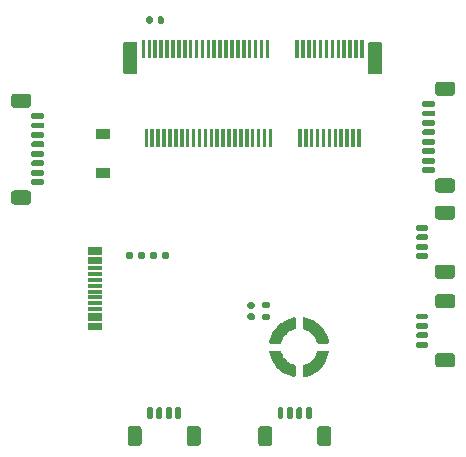
<source format=gbr>
%TF.GenerationSoftware,KiCad,Pcbnew,(5.1.10)-1*%
%TF.CreationDate,2021-11-18T11:26:52-05:00*%
%TF.ProjectId,MicroMod_Extension,4d696372-6f4d-46f6-945f-457874656e73,rev?*%
%TF.SameCoordinates,Original*%
%TF.FileFunction,Paste,Bot*%
%TF.FilePolarity,Positive*%
%FSLAX46Y46*%
G04 Gerber Fmt 4.6, Leading zero omitted, Abs format (unit mm)*
G04 Created by KiCad (PCBNEW (5.1.10)-1) date 2021-11-18 11:26:52*
%MOMM*%
%LPD*%
G01*
G04 APERTURE LIST*
%ADD10C,0.100000*%
%ADD11R,1.200000X0.900000*%
%ADD12R,1.150000X0.300000*%
G04 APERTURE END LIST*
%TO.C,J1*%
G36*
G01*
X137331000Y-48036000D02*
X137331000Y-49574000D01*
G75*
G02*
X137325000Y-49580000I-6000J0D01*
G01*
X137037000Y-49580000D01*
G75*
G02*
X137031000Y-49574000I0J6000D01*
G01*
X137031000Y-48036000D01*
G75*
G02*
X137037000Y-48030000I6000J0D01*
G01*
X137325000Y-48030000D01*
G75*
G02*
X137331000Y-48036000I0J-6000D01*
G01*
G37*
G36*
G01*
X137581000Y-55586000D02*
X137581000Y-57124000D01*
G75*
G02*
X137575000Y-57130000I-6000J0D01*
G01*
X137287000Y-57130000D01*
G75*
G02*
X137281000Y-57124000I0J6000D01*
G01*
X137281000Y-55586000D01*
G75*
G02*
X137287000Y-55580000I6000J0D01*
G01*
X137575000Y-55580000D01*
G75*
G02*
X137581000Y-55586000I0J-6000D01*
G01*
G37*
G36*
G01*
X137831000Y-48036000D02*
X137831000Y-49574000D01*
G75*
G02*
X137825000Y-49580000I-6000J0D01*
G01*
X137537000Y-49580000D01*
G75*
G02*
X137531000Y-49574000I0J6000D01*
G01*
X137531000Y-48036000D01*
G75*
G02*
X137537000Y-48030000I6000J0D01*
G01*
X137825000Y-48030000D01*
G75*
G02*
X137831000Y-48036000I0J-6000D01*
G01*
G37*
G36*
G01*
X138081000Y-55586000D02*
X138081000Y-57124000D01*
G75*
G02*
X138075000Y-57130000I-6000J0D01*
G01*
X137787000Y-57130000D01*
G75*
G02*
X137781000Y-57124000I0J6000D01*
G01*
X137781000Y-55586000D01*
G75*
G02*
X137787000Y-55580000I6000J0D01*
G01*
X138075000Y-55580000D01*
G75*
G02*
X138081000Y-55586000I0J-6000D01*
G01*
G37*
G36*
G01*
X138331000Y-48036000D02*
X138331000Y-49574000D01*
G75*
G02*
X138325000Y-49580000I-6000J0D01*
G01*
X138037000Y-49580000D01*
G75*
G02*
X138031000Y-49574000I0J6000D01*
G01*
X138031000Y-48036000D01*
G75*
G02*
X138037000Y-48030000I6000J0D01*
G01*
X138325000Y-48030000D01*
G75*
G02*
X138331000Y-48036000I0J-6000D01*
G01*
G37*
G36*
G01*
X138581000Y-55586000D02*
X138581000Y-57124000D01*
G75*
G02*
X138575000Y-57130000I-6000J0D01*
G01*
X138287000Y-57130000D01*
G75*
G02*
X138281000Y-57124000I0J6000D01*
G01*
X138281000Y-55586000D01*
G75*
G02*
X138287000Y-55580000I6000J0D01*
G01*
X138575000Y-55580000D01*
G75*
G02*
X138581000Y-55586000I0J-6000D01*
G01*
G37*
G36*
G01*
X138831000Y-48036000D02*
X138831000Y-49574000D01*
G75*
G02*
X138825000Y-49580000I-6000J0D01*
G01*
X138537000Y-49580000D01*
G75*
G02*
X138531000Y-49574000I0J6000D01*
G01*
X138531000Y-48036000D01*
G75*
G02*
X138537000Y-48030000I6000J0D01*
G01*
X138825000Y-48030000D01*
G75*
G02*
X138831000Y-48036000I0J-6000D01*
G01*
G37*
G36*
G01*
X139081000Y-55586000D02*
X139081000Y-57124000D01*
G75*
G02*
X139075000Y-57130000I-6000J0D01*
G01*
X138787000Y-57130000D01*
G75*
G02*
X138781000Y-57124000I0J6000D01*
G01*
X138781000Y-55586000D01*
G75*
G02*
X138787000Y-55580000I6000J0D01*
G01*
X139075000Y-55580000D01*
G75*
G02*
X139081000Y-55586000I0J-6000D01*
G01*
G37*
G36*
G01*
X139331000Y-48036000D02*
X139331000Y-49574000D01*
G75*
G02*
X139325000Y-49580000I-6000J0D01*
G01*
X139037000Y-49580000D01*
G75*
G02*
X139031000Y-49574000I0J6000D01*
G01*
X139031000Y-48036000D01*
G75*
G02*
X139037000Y-48030000I6000J0D01*
G01*
X139325000Y-48030000D01*
G75*
G02*
X139331000Y-48036000I0J-6000D01*
G01*
G37*
G36*
G01*
X139581000Y-55586000D02*
X139581000Y-57124000D01*
G75*
G02*
X139575000Y-57130000I-6000J0D01*
G01*
X139287000Y-57130000D01*
G75*
G02*
X139281000Y-57124000I0J6000D01*
G01*
X139281000Y-55586000D01*
G75*
G02*
X139287000Y-55580000I6000J0D01*
G01*
X139575000Y-55580000D01*
G75*
G02*
X139581000Y-55586000I0J-6000D01*
G01*
G37*
G36*
G01*
X139831000Y-48036000D02*
X139831000Y-49574000D01*
G75*
G02*
X139825000Y-49580000I-6000J0D01*
G01*
X139537000Y-49580000D01*
G75*
G02*
X139531000Y-49574000I0J6000D01*
G01*
X139531000Y-48036000D01*
G75*
G02*
X139537000Y-48030000I6000J0D01*
G01*
X139825000Y-48030000D01*
G75*
G02*
X139831000Y-48036000I0J-6000D01*
G01*
G37*
G36*
G01*
X140081000Y-55586000D02*
X140081000Y-57124000D01*
G75*
G02*
X140075000Y-57130000I-6000J0D01*
G01*
X139787000Y-57130000D01*
G75*
G02*
X139781000Y-57124000I0J6000D01*
G01*
X139781000Y-55586000D01*
G75*
G02*
X139787000Y-55580000I6000J0D01*
G01*
X140075000Y-55580000D01*
G75*
G02*
X140081000Y-55586000I0J-6000D01*
G01*
G37*
G36*
G01*
X140331000Y-48036000D02*
X140331000Y-49574000D01*
G75*
G02*
X140325000Y-49580000I-6000J0D01*
G01*
X140037000Y-49580000D01*
G75*
G02*
X140031000Y-49574000I0J6000D01*
G01*
X140031000Y-48036000D01*
G75*
G02*
X140037000Y-48030000I6000J0D01*
G01*
X140325000Y-48030000D01*
G75*
G02*
X140331000Y-48036000I0J-6000D01*
G01*
G37*
G36*
G01*
X140581000Y-55586000D02*
X140581000Y-57124000D01*
G75*
G02*
X140575000Y-57130000I-6000J0D01*
G01*
X140287000Y-57130000D01*
G75*
G02*
X140281000Y-57124000I0J6000D01*
G01*
X140281000Y-55586000D01*
G75*
G02*
X140287000Y-55580000I6000J0D01*
G01*
X140575000Y-55580000D01*
G75*
G02*
X140581000Y-55586000I0J-6000D01*
G01*
G37*
G36*
G01*
X140831000Y-48036000D02*
X140831000Y-49574000D01*
G75*
G02*
X140825000Y-49580000I-6000J0D01*
G01*
X140537000Y-49580000D01*
G75*
G02*
X140531000Y-49574000I0J6000D01*
G01*
X140531000Y-48036000D01*
G75*
G02*
X140537000Y-48030000I6000J0D01*
G01*
X140825000Y-48030000D01*
G75*
G02*
X140831000Y-48036000I0J-6000D01*
G01*
G37*
G36*
G01*
X141081000Y-55586000D02*
X141081000Y-57124000D01*
G75*
G02*
X141075000Y-57130000I-6000J0D01*
G01*
X140787000Y-57130000D01*
G75*
G02*
X140781000Y-57124000I0J6000D01*
G01*
X140781000Y-55586000D01*
G75*
G02*
X140787000Y-55580000I6000J0D01*
G01*
X141075000Y-55580000D01*
G75*
G02*
X141081000Y-55586000I0J-6000D01*
G01*
G37*
G36*
G01*
X141331000Y-48036000D02*
X141331000Y-49574000D01*
G75*
G02*
X141325000Y-49580000I-6000J0D01*
G01*
X141037000Y-49580000D01*
G75*
G02*
X141031000Y-49574000I0J6000D01*
G01*
X141031000Y-48036000D01*
G75*
G02*
X141037000Y-48030000I6000J0D01*
G01*
X141325000Y-48030000D01*
G75*
G02*
X141331000Y-48036000I0J-6000D01*
G01*
G37*
G36*
G01*
X141581000Y-55586000D02*
X141581000Y-57124000D01*
G75*
G02*
X141575000Y-57130000I-6000J0D01*
G01*
X141287000Y-57130000D01*
G75*
G02*
X141281000Y-57124000I0J6000D01*
G01*
X141281000Y-55586000D01*
G75*
G02*
X141287000Y-55580000I6000J0D01*
G01*
X141575000Y-55580000D01*
G75*
G02*
X141581000Y-55586000I0J-6000D01*
G01*
G37*
G36*
G01*
X141831000Y-48036000D02*
X141831000Y-49574000D01*
G75*
G02*
X141825000Y-49580000I-6000J0D01*
G01*
X141537000Y-49580000D01*
G75*
G02*
X141531000Y-49574000I0J6000D01*
G01*
X141531000Y-48036000D01*
G75*
G02*
X141537000Y-48030000I6000J0D01*
G01*
X141825000Y-48030000D01*
G75*
G02*
X141831000Y-48036000I0J-6000D01*
G01*
G37*
G36*
G01*
X142081000Y-55586000D02*
X142081000Y-57124000D01*
G75*
G02*
X142075000Y-57130000I-6000J0D01*
G01*
X141787000Y-57130000D01*
G75*
G02*
X141781000Y-57124000I0J6000D01*
G01*
X141781000Y-55586000D01*
G75*
G02*
X141787000Y-55580000I6000J0D01*
G01*
X142075000Y-55580000D01*
G75*
G02*
X142081000Y-55586000I0J-6000D01*
G01*
G37*
G36*
G01*
X142331000Y-48036000D02*
X142331000Y-49574000D01*
G75*
G02*
X142325000Y-49580000I-6000J0D01*
G01*
X142037000Y-49580000D01*
G75*
G02*
X142031000Y-49574000I0J6000D01*
G01*
X142031000Y-48036000D01*
G75*
G02*
X142037000Y-48030000I6000J0D01*
G01*
X142325000Y-48030000D01*
G75*
G02*
X142331000Y-48036000I0J-6000D01*
G01*
G37*
G36*
G01*
X142581000Y-55586000D02*
X142581000Y-57124000D01*
G75*
G02*
X142575000Y-57130000I-6000J0D01*
G01*
X142287000Y-57130000D01*
G75*
G02*
X142281000Y-57124000I0J6000D01*
G01*
X142281000Y-55586000D01*
G75*
G02*
X142287000Y-55580000I6000J0D01*
G01*
X142575000Y-55580000D01*
G75*
G02*
X142581000Y-55586000I0J-6000D01*
G01*
G37*
G36*
G01*
X142831000Y-48036000D02*
X142831000Y-49574000D01*
G75*
G02*
X142825000Y-49580000I-6000J0D01*
G01*
X142537000Y-49580000D01*
G75*
G02*
X142531000Y-49574000I0J6000D01*
G01*
X142531000Y-48036000D01*
G75*
G02*
X142537000Y-48030000I6000J0D01*
G01*
X142825000Y-48030000D01*
G75*
G02*
X142831000Y-48036000I0J-6000D01*
G01*
G37*
G36*
G01*
X143081000Y-55586000D02*
X143081000Y-57124000D01*
G75*
G02*
X143075000Y-57130000I-6000J0D01*
G01*
X142787000Y-57130000D01*
G75*
G02*
X142781000Y-57124000I0J6000D01*
G01*
X142781000Y-55586000D01*
G75*
G02*
X142787000Y-55580000I6000J0D01*
G01*
X143075000Y-55580000D01*
G75*
G02*
X143081000Y-55586000I0J-6000D01*
G01*
G37*
G36*
G01*
X143331000Y-48036000D02*
X143331000Y-49574000D01*
G75*
G02*
X143325000Y-49580000I-6000J0D01*
G01*
X143037000Y-49580000D01*
G75*
G02*
X143031000Y-49574000I0J6000D01*
G01*
X143031000Y-48036000D01*
G75*
G02*
X143037000Y-48030000I6000J0D01*
G01*
X143325000Y-48030000D01*
G75*
G02*
X143331000Y-48036000I0J-6000D01*
G01*
G37*
G36*
G01*
X143581000Y-55586000D02*
X143581000Y-57124000D01*
G75*
G02*
X143575000Y-57130000I-6000J0D01*
G01*
X143287000Y-57130000D01*
G75*
G02*
X143281000Y-57124000I0J6000D01*
G01*
X143281000Y-55586000D01*
G75*
G02*
X143287000Y-55580000I6000J0D01*
G01*
X143575000Y-55580000D01*
G75*
G02*
X143581000Y-55586000I0J-6000D01*
G01*
G37*
G36*
G01*
X143831000Y-48036000D02*
X143831000Y-49574000D01*
G75*
G02*
X143825000Y-49580000I-6000J0D01*
G01*
X143537000Y-49580000D01*
G75*
G02*
X143531000Y-49574000I0J6000D01*
G01*
X143531000Y-48036000D01*
G75*
G02*
X143537000Y-48030000I6000J0D01*
G01*
X143825000Y-48030000D01*
G75*
G02*
X143831000Y-48036000I0J-6000D01*
G01*
G37*
G36*
G01*
X144081000Y-55586000D02*
X144081000Y-57124000D01*
G75*
G02*
X144075000Y-57130000I-6000J0D01*
G01*
X143787000Y-57130000D01*
G75*
G02*
X143781000Y-57124000I0J6000D01*
G01*
X143781000Y-55586000D01*
G75*
G02*
X143787000Y-55580000I6000J0D01*
G01*
X144075000Y-55580000D01*
G75*
G02*
X144081000Y-55586000I0J-6000D01*
G01*
G37*
G36*
G01*
X144331000Y-48036000D02*
X144331000Y-49574000D01*
G75*
G02*
X144325000Y-49580000I-6000J0D01*
G01*
X144037000Y-49580000D01*
G75*
G02*
X144031000Y-49574000I0J6000D01*
G01*
X144031000Y-48036000D01*
G75*
G02*
X144037000Y-48030000I6000J0D01*
G01*
X144325000Y-48030000D01*
G75*
G02*
X144331000Y-48036000I0J-6000D01*
G01*
G37*
G36*
G01*
X144581000Y-55586000D02*
X144581000Y-57124000D01*
G75*
G02*
X144575000Y-57130000I-6000J0D01*
G01*
X144287000Y-57130000D01*
G75*
G02*
X144281000Y-57124000I0J6000D01*
G01*
X144281000Y-55586000D01*
G75*
G02*
X144287000Y-55580000I6000J0D01*
G01*
X144575000Y-55580000D01*
G75*
G02*
X144581000Y-55586000I0J-6000D01*
G01*
G37*
G36*
G01*
X144831000Y-48036000D02*
X144831000Y-49574000D01*
G75*
G02*
X144825000Y-49580000I-6000J0D01*
G01*
X144537000Y-49580000D01*
G75*
G02*
X144531000Y-49574000I0J6000D01*
G01*
X144531000Y-48036000D01*
G75*
G02*
X144537000Y-48030000I6000J0D01*
G01*
X144825000Y-48030000D01*
G75*
G02*
X144831000Y-48036000I0J-6000D01*
G01*
G37*
G36*
G01*
X145081000Y-55586000D02*
X145081000Y-57124000D01*
G75*
G02*
X145075000Y-57130000I-6000J0D01*
G01*
X144787000Y-57130000D01*
G75*
G02*
X144781000Y-57124000I0J6000D01*
G01*
X144781000Y-55586000D01*
G75*
G02*
X144787000Y-55580000I6000J0D01*
G01*
X145075000Y-55580000D01*
G75*
G02*
X145081000Y-55586000I0J-6000D01*
G01*
G37*
G36*
G01*
X145331000Y-48036000D02*
X145331000Y-49574000D01*
G75*
G02*
X145325000Y-49580000I-6000J0D01*
G01*
X145037000Y-49580000D01*
G75*
G02*
X145031000Y-49574000I0J6000D01*
G01*
X145031000Y-48036000D01*
G75*
G02*
X145037000Y-48030000I6000J0D01*
G01*
X145325000Y-48030000D01*
G75*
G02*
X145331000Y-48036000I0J-6000D01*
G01*
G37*
G36*
G01*
X145581000Y-55586000D02*
X145581000Y-57124000D01*
G75*
G02*
X145575000Y-57130000I-6000J0D01*
G01*
X145287000Y-57130000D01*
G75*
G02*
X145281000Y-57124000I0J6000D01*
G01*
X145281000Y-55586000D01*
G75*
G02*
X145287000Y-55580000I6000J0D01*
G01*
X145575000Y-55580000D01*
G75*
G02*
X145581000Y-55586000I0J-6000D01*
G01*
G37*
G36*
G01*
X145831000Y-48036000D02*
X145831000Y-49574000D01*
G75*
G02*
X145825000Y-49580000I-6000J0D01*
G01*
X145537000Y-49580000D01*
G75*
G02*
X145531000Y-49574000I0J6000D01*
G01*
X145531000Y-48036000D01*
G75*
G02*
X145537000Y-48030000I6000J0D01*
G01*
X145825000Y-48030000D01*
G75*
G02*
X145831000Y-48036000I0J-6000D01*
G01*
G37*
G36*
G01*
X146081000Y-55586000D02*
X146081000Y-57124000D01*
G75*
G02*
X146075000Y-57130000I-6000J0D01*
G01*
X145787000Y-57130000D01*
G75*
G02*
X145781000Y-57124000I0J6000D01*
G01*
X145781000Y-55586000D01*
G75*
G02*
X145787000Y-55580000I6000J0D01*
G01*
X146075000Y-55580000D01*
G75*
G02*
X146081000Y-55586000I0J-6000D01*
G01*
G37*
G36*
G01*
X146331000Y-48036000D02*
X146331000Y-49574000D01*
G75*
G02*
X146325000Y-49580000I-6000J0D01*
G01*
X146037000Y-49580000D01*
G75*
G02*
X146031000Y-49574000I0J6000D01*
G01*
X146031000Y-48036000D01*
G75*
G02*
X146037000Y-48030000I6000J0D01*
G01*
X146325000Y-48030000D01*
G75*
G02*
X146331000Y-48036000I0J-6000D01*
G01*
G37*
G36*
G01*
X146581000Y-55586000D02*
X146581000Y-57124000D01*
G75*
G02*
X146575000Y-57130000I-6000J0D01*
G01*
X146287000Y-57130000D01*
G75*
G02*
X146281000Y-57124000I0J6000D01*
G01*
X146281000Y-55586000D01*
G75*
G02*
X146287000Y-55580000I6000J0D01*
G01*
X146575000Y-55580000D01*
G75*
G02*
X146581000Y-55586000I0J-6000D01*
G01*
G37*
G36*
G01*
X146831000Y-48036000D02*
X146831000Y-49574000D01*
G75*
G02*
X146825000Y-49580000I-6000J0D01*
G01*
X146537000Y-49580000D01*
G75*
G02*
X146531000Y-49574000I0J6000D01*
G01*
X146531000Y-48036000D01*
G75*
G02*
X146537000Y-48030000I6000J0D01*
G01*
X146825000Y-48030000D01*
G75*
G02*
X146831000Y-48036000I0J-6000D01*
G01*
G37*
G36*
G01*
X147081000Y-55586000D02*
X147081000Y-57124000D01*
G75*
G02*
X147075000Y-57130000I-6000J0D01*
G01*
X146787000Y-57130000D01*
G75*
G02*
X146781000Y-57124000I0J6000D01*
G01*
X146781000Y-55586000D01*
G75*
G02*
X146787000Y-55580000I6000J0D01*
G01*
X147075000Y-55580000D01*
G75*
G02*
X147081000Y-55586000I0J-6000D01*
G01*
G37*
G36*
G01*
X147331000Y-48036000D02*
X147331000Y-49574000D01*
G75*
G02*
X147325000Y-49580000I-6000J0D01*
G01*
X147037000Y-49580000D01*
G75*
G02*
X147031000Y-49574000I0J6000D01*
G01*
X147031000Y-48036000D01*
G75*
G02*
X147037000Y-48030000I6000J0D01*
G01*
X147325000Y-48030000D01*
G75*
G02*
X147331000Y-48036000I0J-6000D01*
G01*
G37*
G36*
G01*
X147581000Y-55586000D02*
X147581000Y-57124000D01*
G75*
G02*
X147575000Y-57130000I-6000J0D01*
G01*
X147287000Y-57130000D01*
G75*
G02*
X147281000Y-57124000I0J6000D01*
G01*
X147281000Y-55586000D01*
G75*
G02*
X147287000Y-55580000I6000J0D01*
G01*
X147575000Y-55580000D01*
G75*
G02*
X147581000Y-55586000I0J-6000D01*
G01*
G37*
G36*
G01*
X147831000Y-48036000D02*
X147831000Y-49574000D01*
G75*
G02*
X147825000Y-49580000I-6000J0D01*
G01*
X147537000Y-49580000D01*
G75*
G02*
X147531000Y-49574000I0J6000D01*
G01*
X147531000Y-48036000D01*
G75*
G02*
X147537000Y-48030000I6000J0D01*
G01*
X147825000Y-48030000D01*
G75*
G02*
X147831000Y-48036000I0J-6000D01*
G01*
G37*
G36*
G01*
X148081000Y-55586000D02*
X148081000Y-57124000D01*
G75*
G02*
X148075000Y-57130000I-6000J0D01*
G01*
X147787000Y-57130000D01*
G75*
G02*
X147781000Y-57124000I0J6000D01*
G01*
X147781000Y-55586000D01*
G75*
G02*
X147787000Y-55580000I6000J0D01*
G01*
X148075000Y-55580000D01*
G75*
G02*
X148081000Y-55586000I0J-6000D01*
G01*
G37*
G36*
G01*
X150331000Y-48036000D02*
X150331000Y-49574000D01*
G75*
G02*
X150325000Y-49580000I-6000J0D01*
G01*
X150037000Y-49580000D01*
G75*
G02*
X150031000Y-49574000I0J6000D01*
G01*
X150031000Y-48036000D01*
G75*
G02*
X150037000Y-48030000I6000J0D01*
G01*
X150325000Y-48030000D01*
G75*
G02*
X150331000Y-48036000I0J-6000D01*
G01*
G37*
G36*
G01*
X150581000Y-55586000D02*
X150581000Y-57124000D01*
G75*
G02*
X150575000Y-57130000I-6000J0D01*
G01*
X150287000Y-57130000D01*
G75*
G02*
X150281000Y-57124000I0J6000D01*
G01*
X150281000Y-55586000D01*
G75*
G02*
X150287000Y-55580000I6000J0D01*
G01*
X150575000Y-55580000D01*
G75*
G02*
X150581000Y-55586000I0J-6000D01*
G01*
G37*
G36*
G01*
X150831000Y-48036000D02*
X150831000Y-49574000D01*
G75*
G02*
X150825000Y-49580000I-6000J0D01*
G01*
X150537000Y-49580000D01*
G75*
G02*
X150531000Y-49574000I0J6000D01*
G01*
X150531000Y-48036000D01*
G75*
G02*
X150537000Y-48030000I6000J0D01*
G01*
X150825000Y-48030000D01*
G75*
G02*
X150831000Y-48036000I0J-6000D01*
G01*
G37*
G36*
G01*
X151081000Y-55586000D02*
X151081000Y-57124000D01*
G75*
G02*
X151075000Y-57130000I-6000J0D01*
G01*
X150787000Y-57130000D01*
G75*
G02*
X150781000Y-57124000I0J6000D01*
G01*
X150781000Y-55586000D01*
G75*
G02*
X150787000Y-55580000I6000J0D01*
G01*
X151075000Y-55580000D01*
G75*
G02*
X151081000Y-55586000I0J-6000D01*
G01*
G37*
G36*
G01*
X151331000Y-48036000D02*
X151331000Y-49574000D01*
G75*
G02*
X151325000Y-49580000I-6000J0D01*
G01*
X151037000Y-49580000D01*
G75*
G02*
X151031000Y-49574000I0J6000D01*
G01*
X151031000Y-48036000D01*
G75*
G02*
X151037000Y-48030000I6000J0D01*
G01*
X151325000Y-48030000D01*
G75*
G02*
X151331000Y-48036000I0J-6000D01*
G01*
G37*
G36*
G01*
X151581000Y-55586000D02*
X151581000Y-57124000D01*
G75*
G02*
X151575000Y-57130000I-6000J0D01*
G01*
X151287000Y-57130000D01*
G75*
G02*
X151281000Y-57124000I0J6000D01*
G01*
X151281000Y-55586000D01*
G75*
G02*
X151287000Y-55580000I6000J0D01*
G01*
X151575000Y-55580000D01*
G75*
G02*
X151581000Y-55586000I0J-6000D01*
G01*
G37*
G36*
G01*
X151831000Y-48036000D02*
X151831000Y-49574000D01*
G75*
G02*
X151825000Y-49580000I-6000J0D01*
G01*
X151537000Y-49580000D01*
G75*
G02*
X151531000Y-49574000I0J6000D01*
G01*
X151531000Y-48036000D01*
G75*
G02*
X151537000Y-48030000I6000J0D01*
G01*
X151825000Y-48030000D01*
G75*
G02*
X151831000Y-48036000I0J-6000D01*
G01*
G37*
G36*
G01*
X152081000Y-55586000D02*
X152081000Y-57124000D01*
G75*
G02*
X152075000Y-57130000I-6000J0D01*
G01*
X151787000Y-57130000D01*
G75*
G02*
X151781000Y-57124000I0J6000D01*
G01*
X151781000Y-55586000D01*
G75*
G02*
X151787000Y-55580000I6000J0D01*
G01*
X152075000Y-55580000D01*
G75*
G02*
X152081000Y-55586000I0J-6000D01*
G01*
G37*
G36*
G01*
X152331000Y-48036000D02*
X152331000Y-49574000D01*
G75*
G02*
X152325000Y-49580000I-6000J0D01*
G01*
X152037000Y-49580000D01*
G75*
G02*
X152031000Y-49574000I0J6000D01*
G01*
X152031000Y-48036000D01*
G75*
G02*
X152037000Y-48030000I6000J0D01*
G01*
X152325000Y-48030000D01*
G75*
G02*
X152331000Y-48036000I0J-6000D01*
G01*
G37*
G36*
G01*
X152581000Y-55586000D02*
X152581000Y-57124000D01*
G75*
G02*
X152575000Y-57130000I-6000J0D01*
G01*
X152287000Y-57130000D01*
G75*
G02*
X152281000Y-57124000I0J6000D01*
G01*
X152281000Y-55586000D01*
G75*
G02*
X152287000Y-55580000I6000J0D01*
G01*
X152575000Y-55580000D01*
G75*
G02*
X152581000Y-55586000I0J-6000D01*
G01*
G37*
G36*
G01*
X136681000Y-48313000D02*
X136681000Y-50847000D01*
G75*
G02*
X136573000Y-50955000I-108000J0D01*
G01*
X135589000Y-50955000D01*
G75*
G02*
X135481000Y-50847000I0J108000D01*
G01*
X135481000Y-48313000D01*
G75*
G02*
X135589000Y-48205000I108000J0D01*
G01*
X136573000Y-48205000D01*
G75*
G02*
X136681000Y-48313000I0J-108000D01*
G01*
G37*
G36*
G01*
X157381000Y-48313000D02*
X157381000Y-50847000D01*
G75*
G02*
X157273000Y-50955000I-108000J0D01*
G01*
X156289000Y-50955000D01*
G75*
G02*
X156181000Y-50847000I0J108000D01*
G01*
X156181000Y-48313000D01*
G75*
G02*
X156289000Y-48205000I108000J0D01*
G01*
X157273000Y-48205000D01*
G75*
G02*
X157381000Y-48313000I0J-108000D01*
G01*
G37*
G36*
G01*
X152831000Y-48036000D02*
X152831000Y-49574000D01*
G75*
G02*
X152825000Y-49580000I-6000J0D01*
G01*
X152537000Y-49580000D01*
G75*
G02*
X152531000Y-49574000I0J6000D01*
G01*
X152531000Y-48036000D01*
G75*
G02*
X152537000Y-48030000I6000J0D01*
G01*
X152825000Y-48030000D01*
G75*
G02*
X152831000Y-48036000I0J-6000D01*
G01*
G37*
G36*
G01*
X153331000Y-48036000D02*
X153331000Y-49574000D01*
G75*
G02*
X153325000Y-49580000I-6000J0D01*
G01*
X153037000Y-49580000D01*
G75*
G02*
X153031000Y-49574000I0J6000D01*
G01*
X153031000Y-48036000D01*
G75*
G02*
X153037000Y-48030000I6000J0D01*
G01*
X153325000Y-48030000D01*
G75*
G02*
X153331000Y-48036000I0J-6000D01*
G01*
G37*
G36*
G01*
X153831000Y-48036000D02*
X153831000Y-49574000D01*
G75*
G02*
X153825000Y-49580000I-6000J0D01*
G01*
X153537000Y-49580000D01*
G75*
G02*
X153531000Y-49574000I0J6000D01*
G01*
X153531000Y-48036000D01*
G75*
G02*
X153537000Y-48030000I6000J0D01*
G01*
X153825000Y-48030000D01*
G75*
G02*
X153831000Y-48036000I0J-6000D01*
G01*
G37*
G36*
G01*
X154331000Y-48036000D02*
X154331000Y-49574000D01*
G75*
G02*
X154325000Y-49580000I-6000J0D01*
G01*
X154037000Y-49580000D01*
G75*
G02*
X154031000Y-49574000I0J6000D01*
G01*
X154031000Y-48036000D01*
G75*
G02*
X154037000Y-48030000I6000J0D01*
G01*
X154325000Y-48030000D01*
G75*
G02*
X154331000Y-48036000I0J-6000D01*
G01*
G37*
G36*
G01*
X154831000Y-48036000D02*
X154831000Y-49574000D01*
G75*
G02*
X154825000Y-49580000I-6000J0D01*
G01*
X154537000Y-49580000D01*
G75*
G02*
X154531000Y-49574000I0J6000D01*
G01*
X154531000Y-48036000D01*
G75*
G02*
X154537000Y-48030000I6000J0D01*
G01*
X154825000Y-48030000D01*
G75*
G02*
X154831000Y-48036000I0J-6000D01*
G01*
G37*
G36*
G01*
X155331000Y-48036000D02*
X155331000Y-49574000D01*
G75*
G02*
X155325000Y-49580000I-6000J0D01*
G01*
X155037000Y-49580000D01*
G75*
G02*
X155031000Y-49574000I0J6000D01*
G01*
X155031000Y-48036000D01*
G75*
G02*
X155037000Y-48030000I6000J0D01*
G01*
X155325000Y-48030000D01*
G75*
G02*
X155331000Y-48036000I0J-6000D01*
G01*
G37*
G36*
G01*
X155831000Y-48036000D02*
X155831000Y-49574000D01*
G75*
G02*
X155825000Y-49580000I-6000J0D01*
G01*
X155537000Y-49580000D01*
G75*
G02*
X155531000Y-49574000I0J6000D01*
G01*
X155531000Y-48036000D01*
G75*
G02*
X155537000Y-48030000I6000J0D01*
G01*
X155825000Y-48030000D01*
G75*
G02*
X155831000Y-48036000I0J-6000D01*
G01*
G37*
G36*
G01*
X155581000Y-55586000D02*
X155581000Y-57124000D01*
G75*
G02*
X155575000Y-57130000I-6000J0D01*
G01*
X155287000Y-57130000D01*
G75*
G02*
X155281000Y-57124000I0J6000D01*
G01*
X155281000Y-55586000D01*
G75*
G02*
X155287000Y-55580000I6000J0D01*
G01*
X155575000Y-55580000D01*
G75*
G02*
X155581000Y-55586000I0J-6000D01*
G01*
G37*
G36*
G01*
X155081000Y-55586000D02*
X155081000Y-57124000D01*
G75*
G02*
X155075000Y-57130000I-6000J0D01*
G01*
X154787000Y-57130000D01*
G75*
G02*
X154781000Y-57124000I0J6000D01*
G01*
X154781000Y-55586000D01*
G75*
G02*
X154787000Y-55580000I6000J0D01*
G01*
X155075000Y-55580000D01*
G75*
G02*
X155081000Y-55586000I0J-6000D01*
G01*
G37*
G36*
G01*
X154581000Y-55586000D02*
X154581000Y-57124000D01*
G75*
G02*
X154575000Y-57130000I-6000J0D01*
G01*
X154287000Y-57130000D01*
G75*
G02*
X154281000Y-57124000I0J6000D01*
G01*
X154281000Y-55586000D01*
G75*
G02*
X154287000Y-55580000I6000J0D01*
G01*
X154575000Y-55580000D01*
G75*
G02*
X154581000Y-55586000I0J-6000D01*
G01*
G37*
G36*
G01*
X154081000Y-55586000D02*
X154081000Y-57124000D01*
G75*
G02*
X154075000Y-57130000I-6000J0D01*
G01*
X153787000Y-57130000D01*
G75*
G02*
X153781000Y-57124000I0J6000D01*
G01*
X153781000Y-55586000D01*
G75*
G02*
X153787000Y-55580000I6000J0D01*
G01*
X154075000Y-55580000D01*
G75*
G02*
X154081000Y-55586000I0J-6000D01*
G01*
G37*
G36*
G01*
X153581000Y-55586000D02*
X153581000Y-57124000D01*
G75*
G02*
X153575000Y-57130000I-6000J0D01*
G01*
X153287000Y-57130000D01*
G75*
G02*
X153281000Y-57124000I0J6000D01*
G01*
X153281000Y-55586000D01*
G75*
G02*
X153287000Y-55580000I6000J0D01*
G01*
X153575000Y-55580000D01*
G75*
G02*
X153581000Y-55586000I0J-6000D01*
G01*
G37*
G36*
G01*
X153081000Y-55586000D02*
X153081000Y-57124000D01*
G75*
G02*
X153075000Y-57130000I-6000J0D01*
G01*
X152787000Y-57130000D01*
G75*
G02*
X152781000Y-57124000I0J6000D01*
G01*
X152781000Y-55586000D01*
G75*
G02*
X152787000Y-55580000I6000J0D01*
G01*
X153075000Y-55580000D01*
G75*
G02*
X153081000Y-55586000I0J-6000D01*
G01*
G37*
%TD*%
%TO.C,J7*%
G36*
G01*
X137038000Y-80971999D02*
X137038000Y-82172001D01*
G75*
G02*
X136788001Y-82422000I-249999J0D01*
G01*
X136087999Y-82422000D01*
G75*
G02*
X135838000Y-82172001I0J249999D01*
G01*
X135838000Y-80971999D01*
G75*
G02*
X136087999Y-80722000I249999J0D01*
G01*
X136788001Y-80722000D01*
G75*
G02*
X137038000Y-80971999I0J-249999D01*
G01*
G37*
G36*
G01*
X142038000Y-80971999D02*
X142038000Y-82172001D01*
G75*
G02*
X141788001Y-82422000I-249999J0D01*
G01*
X141087999Y-82422000D01*
G75*
G02*
X140838000Y-82172001I0J249999D01*
G01*
X140838000Y-80971999D01*
G75*
G02*
X141087999Y-80722000I249999J0D01*
G01*
X141788001Y-80722000D01*
G75*
G02*
X142038000Y-80971999I0J-249999D01*
G01*
G37*
G36*
G01*
X137988000Y-79247000D02*
X137988000Y-79997000D01*
G75*
G02*
X137863000Y-80122000I-125000J0D01*
G01*
X137613000Y-80122000D01*
G75*
G02*
X137488000Y-79997000I0J125000D01*
G01*
X137488000Y-79247000D01*
G75*
G02*
X137613000Y-79122000I125000J0D01*
G01*
X137863000Y-79122000D01*
G75*
G02*
X137988000Y-79247000I0J-125000D01*
G01*
G37*
G36*
G01*
X138788000Y-79247000D02*
X138788000Y-79997000D01*
G75*
G02*
X138663000Y-80122000I-125000J0D01*
G01*
X138413000Y-80122000D01*
G75*
G02*
X138288000Y-79997000I0J125000D01*
G01*
X138288000Y-79247000D01*
G75*
G02*
X138413000Y-79122000I125000J0D01*
G01*
X138663000Y-79122000D01*
G75*
G02*
X138788000Y-79247000I0J-125000D01*
G01*
G37*
G36*
G01*
X139588000Y-79247000D02*
X139588000Y-79997000D01*
G75*
G02*
X139463000Y-80122000I-125000J0D01*
G01*
X139213000Y-80122000D01*
G75*
G02*
X139088000Y-79997000I0J125000D01*
G01*
X139088000Y-79247000D01*
G75*
G02*
X139213000Y-79122000I125000J0D01*
G01*
X139463000Y-79122000D01*
G75*
G02*
X139588000Y-79247000I0J-125000D01*
G01*
G37*
G36*
G01*
X140388000Y-79247000D02*
X140388000Y-79997000D01*
G75*
G02*
X140263000Y-80122000I-125000J0D01*
G01*
X140013000Y-80122000D01*
G75*
G02*
X139888000Y-79997000I0J125000D01*
G01*
X139888000Y-79247000D01*
G75*
G02*
X140013000Y-79122000I125000J0D01*
G01*
X140263000Y-79122000D01*
G75*
G02*
X140388000Y-79247000I0J-125000D01*
G01*
G37*
%TD*%
%TO.C,J6*%
G36*
G01*
X163329001Y-52761000D02*
X162128999Y-52761000D01*
G75*
G02*
X161879000Y-52511001I0J249999D01*
G01*
X161879000Y-51810999D01*
G75*
G02*
X162128999Y-51561000I249999J0D01*
G01*
X163329001Y-51561000D01*
G75*
G02*
X163579000Y-51810999I0J-249999D01*
G01*
X163579000Y-52511001D01*
G75*
G02*
X163329001Y-52761000I-249999J0D01*
G01*
G37*
G36*
G01*
X163329001Y-60961000D02*
X162128999Y-60961000D01*
G75*
G02*
X161879000Y-60711001I0J249999D01*
G01*
X161879000Y-60010999D01*
G75*
G02*
X162128999Y-59761000I249999J0D01*
G01*
X163329001Y-59761000D01*
G75*
G02*
X163579000Y-60010999I0J-249999D01*
G01*
X163579000Y-60711001D01*
G75*
G02*
X163329001Y-60961000I-249999J0D01*
G01*
G37*
G36*
G01*
X161754000Y-53711000D02*
X160904000Y-53711000D01*
G75*
G02*
X160779000Y-53586000I0J125000D01*
G01*
X160779000Y-53336000D01*
G75*
G02*
X160904000Y-53211000I125000J0D01*
G01*
X161754000Y-53211000D01*
G75*
G02*
X161879000Y-53336000I0J-125000D01*
G01*
X161879000Y-53586000D01*
G75*
G02*
X161754000Y-53711000I-125000J0D01*
G01*
G37*
G36*
G01*
X161754000Y-54511000D02*
X160904000Y-54511000D01*
G75*
G02*
X160779000Y-54386000I0J125000D01*
G01*
X160779000Y-54136000D01*
G75*
G02*
X160904000Y-54011000I125000J0D01*
G01*
X161754000Y-54011000D01*
G75*
G02*
X161879000Y-54136000I0J-125000D01*
G01*
X161879000Y-54386000D01*
G75*
G02*
X161754000Y-54511000I-125000J0D01*
G01*
G37*
G36*
G01*
X161754000Y-55311000D02*
X160904000Y-55311000D01*
G75*
G02*
X160779000Y-55186000I0J125000D01*
G01*
X160779000Y-54936000D01*
G75*
G02*
X160904000Y-54811000I125000J0D01*
G01*
X161754000Y-54811000D01*
G75*
G02*
X161879000Y-54936000I0J-125000D01*
G01*
X161879000Y-55186000D01*
G75*
G02*
X161754000Y-55311000I-125000J0D01*
G01*
G37*
G36*
G01*
X161754000Y-56111000D02*
X160904000Y-56111000D01*
G75*
G02*
X160779000Y-55986000I0J125000D01*
G01*
X160779000Y-55736000D01*
G75*
G02*
X160904000Y-55611000I125000J0D01*
G01*
X161754000Y-55611000D01*
G75*
G02*
X161879000Y-55736000I0J-125000D01*
G01*
X161879000Y-55986000D01*
G75*
G02*
X161754000Y-56111000I-125000J0D01*
G01*
G37*
G36*
G01*
X161754000Y-56911000D02*
X160904000Y-56911000D01*
G75*
G02*
X160779000Y-56786000I0J125000D01*
G01*
X160779000Y-56536000D01*
G75*
G02*
X160904000Y-56411000I125000J0D01*
G01*
X161754000Y-56411000D01*
G75*
G02*
X161879000Y-56536000I0J-125000D01*
G01*
X161879000Y-56786000D01*
G75*
G02*
X161754000Y-56911000I-125000J0D01*
G01*
G37*
G36*
G01*
X161754000Y-57711000D02*
X160904000Y-57711000D01*
G75*
G02*
X160779000Y-57586000I0J125000D01*
G01*
X160779000Y-57336000D01*
G75*
G02*
X160904000Y-57211000I125000J0D01*
G01*
X161754000Y-57211000D01*
G75*
G02*
X161879000Y-57336000I0J-125000D01*
G01*
X161879000Y-57586000D01*
G75*
G02*
X161754000Y-57711000I-125000J0D01*
G01*
G37*
G36*
G01*
X161754000Y-58511000D02*
X160904000Y-58511000D01*
G75*
G02*
X160779000Y-58386000I0J125000D01*
G01*
X160779000Y-58136000D01*
G75*
G02*
X160904000Y-58011000I125000J0D01*
G01*
X161754000Y-58011000D01*
G75*
G02*
X161879000Y-58136000I0J-125000D01*
G01*
X161879000Y-58386000D01*
G75*
G02*
X161754000Y-58511000I-125000J0D01*
G01*
G37*
G36*
G01*
X161754000Y-59311000D02*
X160904000Y-59311000D01*
G75*
G02*
X160779000Y-59186000I0J125000D01*
G01*
X160779000Y-58936000D01*
G75*
G02*
X160904000Y-58811000I125000J0D01*
G01*
X161754000Y-58811000D01*
G75*
G02*
X161879000Y-58936000I0J-125000D01*
G01*
X161879000Y-59186000D01*
G75*
G02*
X161754000Y-59311000I-125000J0D01*
G01*
G37*
%TD*%
%TO.C,J5*%
G36*
G01*
X126230999Y-60777000D02*
X127431001Y-60777000D01*
G75*
G02*
X127681000Y-61026999I0J-249999D01*
G01*
X127681000Y-61727001D01*
G75*
G02*
X127431001Y-61977000I-249999J0D01*
G01*
X126230999Y-61977000D01*
G75*
G02*
X125981000Y-61727001I0J249999D01*
G01*
X125981000Y-61026999D01*
G75*
G02*
X126230999Y-60777000I249999J0D01*
G01*
G37*
G36*
G01*
X126230999Y-52577000D02*
X127431001Y-52577000D01*
G75*
G02*
X127681000Y-52826999I0J-249999D01*
G01*
X127681000Y-53527001D01*
G75*
G02*
X127431001Y-53777000I-249999J0D01*
G01*
X126230999Y-53777000D01*
G75*
G02*
X125981000Y-53527001I0J249999D01*
G01*
X125981000Y-52826999D01*
G75*
G02*
X126230999Y-52577000I249999J0D01*
G01*
G37*
G36*
G01*
X127806000Y-59827000D02*
X128656000Y-59827000D01*
G75*
G02*
X128781000Y-59952000I0J-125000D01*
G01*
X128781000Y-60202000D01*
G75*
G02*
X128656000Y-60327000I-125000J0D01*
G01*
X127806000Y-60327000D01*
G75*
G02*
X127681000Y-60202000I0J125000D01*
G01*
X127681000Y-59952000D01*
G75*
G02*
X127806000Y-59827000I125000J0D01*
G01*
G37*
G36*
G01*
X127806000Y-59027000D02*
X128656000Y-59027000D01*
G75*
G02*
X128781000Y-59152000I0J-125000D01*
G01*
X128781000Y-59402000D01*
G75*
G02*
X128656000Y-59527000I-125000J0D01*
G01*
X127806000Y-59527000D01*
G75*
G02*
X127681000Y-59402000I0J125000D01*
G01*
X127681000Y-59152000D01*
G75*
G02*
X127806000Y-59027000I125000J0D01*
G01*
G37*
G36*
G01*
X127806000Y-58227000D02*
X128656000Y-58227000D01*
G75*
G02*
X128781000Y-58352000I0J-125000D01*
G01*
X128781000Y-58602000D01*
G75*
G02*
X128656000Y-58727000I-125000J0D01*
G01*
X127806000Y-58727000D01*
G75*
G02*
X127681000Y-58602000I0J125000D01*
G01*
X127681000Y-58352000D01*
G75*
G02*
X127806000Y-58227000I125000J0D01*
G01*
G37*
G36*
G01*
X127806000Y-57427000D02*
X128656000Y-57427000D01*
G75*
G02*
X128781000Y-57552000I0J-125000D01*
G01*
X128781000Y-57802000D01*
G75*
G02*
X128656000Y-57927000I-125000J0D01*
G01*
X127806000Y-57927000D01*
G75*
G02*
X127681000Y-57802000I0J125000D01*
G01*
X127681000Y-57552000D01*
G75*
G02*
X127806000Y-57427000I125000J0D01*
G01*
G37*
G36*
G01*
X127806000Y-56627000D02*
X128656000Y-56627000D01*
G75*
G02*
X128781000Y-56752000I0J-125000D01*
G01*
X128781000Y-57002000D01*
G75*
G02*
X128656000Y-57127000I-125000J0D01*
G01*
X127806000Y-57127000D01*
G75*
G02*
X127681000Y-57002000I0J125000D01*
G01*
X127681000Y-56752000D01*
G75*
G02*
X127806000Y-56627000I125000J0D01*
G01*
G37*
G36*
G01*
X127806000Y-55827000D02*
X128656000Y-55827000D01*
G75*
G02*
X128781000Y-55952000I0J-125000D01*
G01*
X128781000Y-56202000D01*
G75*
G02*
X128656000Y-56327000I-125000J0D01*
G01*
X127806000Y-56327000D01*
G75*
G02*
X127681000Y-56202000I0J125000D01*
G01*
X127681000Y-55952000D01*
G75*
G02*
X127806000Y-55827000I125000J0D01*
G01*
G37*
G36*
G01*
X127806000Y-55027000D02*
X128656000Y-55027000D01*
G75*
G02*
X128781000Y-55152000I0J-125000D01*
G01*
X128781000Y-55402000D01*
G75*
G02*
X128656000Y-55527000I-125000J0D01*
G01*
X127806000Y-55527000D01*
G75*
G02*
X127681000Y-55402000I0J125000D01*
G01*
X127681000Y-55152000D01*
G75*
G02*
X127806000Y-55027000I125000J0D01*
G01*
G37*
G36*
G01*
X127806000Y-54227000D02*
X128656000Y-54227000D01*
G75*
G02*
X128781000Y-54352000I0J-125000D01*
G01*
X128781000Y-54602000D01*
G75*
G02*
X128656000Y-54727000I-125000J0D01*
G01*
X127806000Y-54727000D01*
G75*
G02*
X127681000Y-54602000I0J125000D01*
G01*
X127681000Y-54352000D01*
G75*
G02*
X127806000Y-54227000I125000J0D01*
G01*
G37*
%TD*%
%TO.C,J9*%
G36*
G01*
X162124999Y-74544000D02*
X163325001Y-74544000D01*
G75*
G02*
X163575000Y-74793999I0J-249999D01*
G01*
X163575000Y-75494001D01*
G75*
G02*
X163325001Y-75744000I-249999J0D01*
G01*
X162124999Y-75744000D01*
G75*
G02*
X161875000Y-75494001I0J249999D01*
G01*
X161875000Y-74793999D01*
G75*
G02*
X162124999Y-74544000I249999J0D01*
G01*
G37*
G36*
G01*
X162124999Y-69544000D02*
X163325001Y-69544000D01*
G75*
G02*
X163575000Y-69793999I0J-249999D01*
G01*
X163575000Y-70494001D01*
G75*
G02*
X163325001Y-70744000I-249999J0D01*
G01*
X162124999Y-70744000D01*
G75*
G02*
X161875000Y-70494001I0J249999D01*
G01*
X161875000Y-69793999D01*
G75*
G02*
X162124999Y-69544000I249999J0D01*
G01*
G37*
G36*
G01*
X160400000Y-73594000D02*
X161150000Y-73594000D01*
G75*
G02*
X161275000Y-73719000I0J-125000D01*
G01*
X161275000Y-73969000D01*
G75*
G02*
X161150000Y-74094000I-125000J0D01*
G01*
X160400000Y-74094000D01*
G75*
G02*
X160275000Y-73969000I0J125000D01*
G01*
X160275000Y-73719000D01*
G75*
G02*
X160400000Y-73594000I125000J0D01*
G01*
G37*
G36*
G01*
X160400000Y-72794000D02*
X161150000Y-72794000D01*
G75*
G02*
X161275000Y-72919000I0J-125000D01*
G01*
X161275000Y-73169000D01*
G75*
G02*
X161150000Y-73294000I-125000J0D01*
G01*
X160400000Y-73294000D01*
G75*
G02*
X160275000Y-73169000I0J125000D01*
G01*
X160275000Y-72919000D01*
G75*
G02*
X160400000Y-72794000I125000J0D01*
G01*
G37*
G36*
G01*
X160400000Y-71994000D02*
X161150000Y-71994000D01*
G75*
G02*
X161275000Y-72119000I0J-125000D01*
G01*
X161275000Y-72369000D01*
G75*
G02*
X161150000Y-72494000I-125000J0D01*
G01*
X160400000Y-72494000D01*
G75*
G02*
X160275000Y-72369000I0J125000D01*
G01*
X160275000Y-72119000D01*
G75*
G02*
X160400000Y-71994000I125000J0D01*
G01*
G37*
G36*
G01*
X160400000Y-71194000D02*
X161150000Y-71194000D01*
G75*
G02*
X161275000Y-71319000I0J-125000D01*
G01*
X161275000Y-71569000D01*
G75*
G02*
X161150000Y-71694000I-125000J0D01*
G01*
X160400000Y-71694000D01*
G75*
G02*
X160275000Y-71569000I0J125000D01*
G01*
X160275000Y-71319000D01*
G75*
G02*
X160400000Y-71194000I125000J0D01*
G01*
G37*
%TD*%
%TO.C,J8*%
G36*
G01*
X162124999Y-67051000D02*
X163325001Y-67051000D01*
G75*
G02*
X163575000Y-67300999I0J-249999D01*
G01*
X163575000Y-68001001D01*
G75*
G02*
X163325001Y-68251000I-249999J0D01*
G01*
X162124999Y-68251000D01*
G75*
G02*
X161875000Y-68001001I0J249999D01*
G01*
X161875000Y-67300999D01*
G75*
G02*
X162124999Y-67051000I249999J0D01*
G01*
G37*
G36*
G01*
X162124999Y-62051000D02*
X163325001Y-62051000D01*
G75*
G02*
X163575000Y-62300999I0J-249999D01*
G01*
X163575000Y-63001001D01*
G75*
G02*
X163325001Y-63251000I-249999J0D01*
G01*
X162124999Y-63251000D01*
G75*
G02*
X161875000Y-63001001I0J249999D01*
G01*
X161875000Y-62300999D01*
G75*
G02*
X162124999Y-62051000I249999J0D01*
G01*
G37*
G36*
G01*
X160400000Y-66101000D02*
X161150000Y-66101000D01*
G75*
G02*
X161275000Y-66226000I0J-125000D01*
G01*
X161275000Y-66476000D01*
G75*
G02*
X161150000Y-66601000I-125000J0D01*
G01*
X160400000Y-66601000D01*
G75*
G02*
X160275000Y-66476000I0J125000D01*
G01*
X160275000Y-66226000D01*
G75*
G02*
X160400000Y-66101000I125000J0D01*
G01*
G37*
G36*
G01*
X160400000Y-65301000D02*
X161150000Y-65301000D01*
G75*
G02*
X161275000Y-65426000I0J-125000D01*
G01*
X161275000Y-65676000D01*
G75*
G02*
X161150000Y-65801000I-125000J0D01*
G01*
X160400000Y-65801000D01*
G75*
G02*
X160275000Y-65676000I0J125000D01*
G01*
X160275000Y-65426000D01*
G75*
G02*
X160400000Y-65301000I125000J0D01*
G01*
G37*
G36*
G01*
X160400000Y-64501000D02*
X161150000Y-64501000D01*
G75*
G02*
X161275000Y-64626000I0J-125000D01*
G01*
X161275000Y-64876000D01*
G75*
G02*
X161150000Y-65001000I-125000J0D01*
G01*
X160400000Y-65001000D01*
G75*
G02*
X160275000Y-64876000I0J125000D01*
G01*
X160275000Y-64626000D01*
G75*
G02*
X160400000Y-64501000I125000J0D01*
G01*
G37*
G36*
G01*
X160400000Y-63701000D02*
X161150000Y-63701000D01*
G75*
G02*
X161275000Y-63826000I0J-125000D01*
G01*
X161275000Y-64076000D01*
G75*
G02*
X161150000Y-64201000I-125000J0D01*
G01*
X160400000Y-64201000D01*
G75*
G02*
X160275000Y-64076000I0J125000D01*
G01*
X160275000Y-63826000D01*
G75*
G02*
X160400000Y-63701000I125000J0D01*
G01*
G37*
%TD*%
%TO.C,J4*%
G36*
G01*
X148087000Y-80971999D02*
X148087000Y-82172001D01*
G75*
G02*
X147837001Y-82422000I-249999J0D01*
G01*
X147136999Y-82422000D01*
G75*
G02*
X146887000Y-82172001I0J249999D01*
G01*
X146887000Y-80971999D01*
G75*
G02*
X147136999Y-80722000I249999J0D01*
G01*
X147837001Y-80722000D01*
G75*
G02*
X148087000Y-80971999I0J-249999D01*
G01*
G37*
G36*
G01*
X153087000Y-80971999D02*
X153087000Y-82172001D01*
G75*
G02*
X152837001Y-82422000I-249999J0D01*
G01*
X152136999Y-82422000D01*
G75*
G02*
X151887000Y-82172001I0J249999D01*
G01*
X151887000Y-80971999D01*
G75*
G02*
X152136999Y-80722000I249999J0D01*
G01*
X152837001Y-80722000D01*
G75*
G02*
X153087000Y-80971999I0J-249999D01*
G01*
G37*
G36*
G01*
X149037000Y-79247000D02*
X149037000Y-79997000D01*
G75*
G02*
X148912000Y-80122000I-125000J0D01*
G01*
X148662000Y-80122000D01*
G75*
G02*
X148537000Y-79997000I0J125000D01*
G01*
X148537000Y-79247000D01*
G75*
G02*
X148662000Y-79122000I125000J0D01*
G01*
X148912000Y-79122000D01*
G75*
G02*
X149037000Y-79247000I0J-125000D01*
G01*
G37*
G36*
G01*
X149837000Y-79247000D02*
X149837000Y-79997000D01*
G75*
G02*
X149712000Y-80122000I-125000J0D01*
G01*
X149462000Y-80122000D01*
G75*
G02*
X149337000Y-79997000I0J125000D01*
G01*
X149337000Y-79247000D01*
G75*
G02*
X149462000Y-79122000I125000J0D01*
G01*
X149712000Y-79122000D01*
G75*
G02*
X149837000Y-79247000I0J-125000D01*
G01*
G37*
G36*
G01*
X150637000Y-79247000D02*
X150637000Y-79997000D01*
G75*
G02*
X150512000Y-80122000I-125000J0D01*
G01*
X150262000Y-80122000D01*
G75*
G02*
X150137000Y-79997000I0J125000D01*
G01*
X150137000Y-79247000D01*
G75*
G02*
X150262000Y-79122000I125000J0D01*
G01*
X150512000Y-79122000D01*
G75*
G02*
X150637000Y-79247000I0J-125000D01*
G01*
G37*
G36*
G01*
X151437000Y-79247000D02*
X151437000Y-79997000D01*
G75*
G02*
X151312000Y-80122000I-125000J0D01*
G01*
X151062000Y-80122000D01*
G75*
G02*
X150937000Y-79997000I0J125000D01*
G01*
X150937000Y-79247000D01*
G75*
G02*
X151062000Y-79122000I125000J0D01*
G01*
X151312000Y-79122000D01*
G75*
G02*
X151437000Y-79247000I0J-125000D01*
G01*
G37*
%TD*%
D10*
%TO.C,TP8*%
G36*
X152796657Y-74341010D02*
G01*
X152806408Y-74341623D01*
X152816052Y-74343185D01*
X152825498Y-74345681D01*
X152834655Y-74349086D01*
X152843436Y-74353369D01*
X152851758Y-74358489D01*
X152859540Y-74364396D01*
X152866708Y-74371034D01*
X152873195Y-74378340D01*
X152878937Y-74386244D01*
X152883881Y-74394670D01*
X152887979Y-74403539D01*
X152891192Y-74412766D01*
X152893490Y-74422262D01*
X152894849Y-74431937D01*
X152895259Y-74441698D01*
X152894713Y-74451453D01*
X152894008Y-74456008D01*
X152894000Y-74456130D01*
X152893846Y-74457053D01*
X152893219Y-74461108D01*
X152893085Y-74461628D01*
X152892397Y-74465767D01*
X152841435Y-74700643D01*
X152841129Y-74702005D01*
X152839987Y-74706030D01*
X152838899Y-74710079D01*
X152765268Y-74938835D01*
X152765261Y-74938860D01*
X152765250Y-74938888D01*
X152764823Y-74940185D01*
X152763304Y-74944054D01*
X152761816Y-74948002D01*
X152666203Y-75168506D01*
X152665639Y-75169783D01*
X152663725Y-75173533D01*
X152661883Y-75177269D01*
X152545218Y-75387374D01*
X152545210Y-75387390D01*
X152545199Y-75387408D01*
X152544523Y-75388606D01*
X152542268Y-75392126D01*
X152540055Y-75395689D01*
X152403434Y-75593423D01*
X152402632Y-75594566D01*
X152400046Y-75597847D01*
X152397494Y-75601180D01*
X152242229Y-75784637D01*
X152241320Y-75785696D01*
X152238423Y-75788713D01*
X152235561Y-75791777D01*
X152063136Y-75959208D01*
X152062128Y-75960173D01*
X152058951Y-75962892D01*
X152055802Y-75965664D01*
X151867860Y-76115470D01*
X151866763Y-76116332D01*
X151863321Y-76118739D01*
X151859932Y-76121179D01*
X151658284Y-76251921D01*
X151658270Y-76251931D01*
X151658253Y-76251941D01*
X151657094Y-76252681D01*
X151653483Y-76254712D01*
X151649822Y-76256839D01*
X151436370Y-76367283D01*
X151436362Y-76367287D01*
X151436352Y-76367291D01*
X151435118Y-76367919D01*
X151431289Y-76369605D01*
X151427476Y-76371347D01*
X151204259Y-76460438D01*
X151202958Y-76460946D01*
X151199013Y-76462240D01*
X151195019Y-76463612D01*
X150964172Y-76530496D01*
X150962828Y-76530875D01*
X150959434Y-76531631D01*
X150956037Y-76532488D01*
X150787694Y-76566303D01*
X150786783Y-76566479D01*
X150786738Y-76566490D01*
X150786696Y-76566496D01*
X150786323Y-76566568D01*
X150781652Y-76567204D01*
X150777063Y-76567849D01*
X150776858Y-76567858D01*
X150776642Y-76567887D01*
X150771929Y-76568065D01*
X150767302Y-76568259D01*
X150767089Y-76568247D01*
X150766879Y-76568255D01*
X150762218Y-76567974D01*
X150757547Y-76567713D01*
X150757338Y-76567681D01*
X150757127Y-76567668D01*
X150752544Y-76566939D01*
X150747892Y-76566219D01*
X150747684Y-76566166D01*
X150747479Y-76566133D01*
X150743026Y-76564969D01*
X150738429Y-76563789D01*
X150738227Y-76563716D01*
X150738026Y-76563663D01*
X150733723Y-76562076D01*
X150729248Y-76560447D01*
X150729053Y-76560353D01*
X150728859Y-76560282D01*
X150724696Y-76558266D01*
X150720438Y-76556226D01*
X150720258Y-76556117D01*
X150720066Y-76556024D01*
X150716131Y-76553618D01*
X150712081Y-76551165D01*
X150711906Y-76551034D01*
X150711731Y-76550927D01*
X150708006Y-76548116D01*
X150704258Y-76545312D01*
X150704107Y-76545174D01*
X150703932Y-76545042D01*
X150700473Y-76541856D01*
X150697043Y-76538724D01*
X150696898Y-76538563D01*
X150696746Y-76538423D01*
X150693691Y-76535001D01*
X150690506Y-76531464D01*
X150690379Y-76531291D01*
X150690240Y-76531136D01*
X150687491Y-76527375D01*
X150684708Y-76523600D01*
X150684601Y-76523420D01*
X150684475Y-76523248D01*
X150682134Y-76519282D01*
X150679705Y-76515208D01*
X150679612Y-76515009D01*
X150679508Y-76514834D01*
X150677584Y-76510701D01*
X150675545Y-76506368D01*
X150675473Y-76506167D01*
X150675385Y-76505977D01*
X150673855Y-76501620D01*
X150672268Y-76497164D01*
X150672216Y-76496955D01*
X150672147Y-76496759D01*
X150671046Y-76492265D01*
X150669904Y-76487684D01*
X150669873Y-76487474D01*
X150669823Y-76487270D01*
X150669168Y-76482697D01*
X150668477Y-76478019D01*
X150668466Y-76477804D01*
X150668437Y-76477598D01*
X150668225Y-76472871D01*
X150668000Y-76468261D01*
X150668000Y-75641781D01*
X150668010Y-75640385D01*
X150668131Y-75638453D01*
X150668139Y-75636509D01*
X150668438Y-75633576D01*
X150668623Y-75630634D01*
X150668933Y-75628718D01*
X150669130Y-75626789D01*
X150669713Y-75623902D01*
X150670185Y-75620990D01*
X150670681Y-75619111D01*
X150671065Y-75617213D01*
X150671927Y-75614396D01*
X150672681Y-75611544D01*
X150673357Y-75609725D01*
X150673925Y-75607871D01*
X150675054Y-75605164D01*
X150676086Y-75602387D01*
X150676945Y-75600626D01*
X150677684Y-75598853D01*
X150679064Y-75596281D01*
X150680369Y-75593606D01*
X150681393Y-75591942D01*
X150682304Y-75590244D01*
X150683939Y-75587804D01*
X150685489Y-75585284D01*
X150686662Y-75583739D01*
X150687741Y-75582128D01*
X150689614Y-75579849D01*
X150691396Y-75577502D01*
X150692713Y-75576080D01*
X150693946Y-75574580D01*
X150696036Y-75572491D01*
X150698034Y-75570334D01*
X150699479Y-75569051D01*
X150700857Y-75567674D01*
X150703141Y-75565800D01*
X150705340Y-75563847D01*
X150706908Y-75562708D01*
X150708409Y-75561476D01*
X150710866Y-75559833D01*
X150713244Y-75558105D01*
X150714912Y-75557127D01*
X150716530Y-75556044D01*
X150719137Y-75554647D01*
X150721670Y-75553161D01*
X150723423Y-75552351D01*
X150725142Y-75551430D01*
X150727882Y-75550291D01*
X150730539Y-75549063D01*
X150732357Y-75548430D01*
X150734163Y-75547679D01*
X150737002Y-75546812D01*
X150739766Y-75545850D01*
X150741646Y-75545395D01*
X150743507Y-75544827D01*
X150749388Y-75543341D01*
X150896300Y-75498062D01*
X151035965Y-75439554D01*
X151169258Y-75367693D01*
X151294894Y-75283175D01*
X151411681Y-75186801D01*
X151518511Y-75079487D01*
X151614362Y-74962256D01*
X151698310Y-74836239D01*
X151769559Y-74702635D01*
X151827439Y-74562695D01*
X151872801Y-74413115D01*
X151872911Y-74412761D01*
X151873253Y-74411429D01*
X151876595Y-74402248D01*
X151880816Y-74393438D01*
X151885877Y-74385081D01*
X151891730Y-74377258D01*
X151898318Y-74370043D01*
X151905578Y-74363506D01*
X151913442Y-74357708D01*
X151921834Y-74352705D01*
X151930674Y-74348545D01*
X151939878Y-74345268D01*
X151949358Y-74342904D01*
X151959023Y-74341477D01*
X151968781Y-74341000D01*
X152795261Y-74341000D01*
X152796657Y-74341010D01*
G37*
G36*
X148768615Y-74341010D02*
G01*
X148770547Y-74341131D01*
X148772491Y-74341139D01*
X148775424Y-74341438D01*
X148778366Y-74341623D01*
X148780282Y-74341933D01*
X148782211Y-74342130D01*
X148785098Y-74342713D01*
X148788010Y-74343185D01*
X148789889Y-74343681D01*
X148791787Y-74344065D01*
X148794604Y-74344927D01*
X148797456Y-74345681D01*
X148799275Y-74346357D01*
X148801129Y-74346925D01*
X148803836Y-74348054D01*
X148806613Y-74349086D01*
X148808374Y-74349945D01*
X148810147Y-74350684D01*
X148812719Y-74352064D01*
X148815394Y-74353369D01*
X148817058Y-74354393D01*
X148818756Y-74355304D01*
X148821196Y-74356939D01*
X148823716Y-74358489D01*
X148825261Y-74359662D01*
X148826872Y-74360741D01*
X148829151Y-74362614D01*
X148831498Y-74364396D01*
X148832920Y-74365713D01*
X148834420Y-74366946D01*
X148836509Y-74369036D01*
X148838666Y-74371034D01*
X148839949Y-74372479D01*
X148841326Y-74373857D01*
X148843200Y-74376141D01*
X148845153Y-74378340D01*
X148846292Y-74379908D01*
X148847524Y-74381409D01*
X148849167Y-74383866D01*
X148850895Y-74386244D01*
X148851873Y-74387912D01*
X148852956Y-74389530D01*
X148854353Y-74392137D01*
X148855839Y-74394670D01*
X148856649Y-74396423D01*
X148857570Y-74398142D01*
X148858709Y-74400882D01*
X148859937Y-74403539D01*
X148860570Y-74405357D01*
X148861321Y-74407163D01*
X148862188Y-74410002D01*
X148863150Y-74412766D01*
X148863605Y-74414646D01*
X148864173Y-74416507D01*
X148865659Y-74422388D01*
X148910938Y-74569300D01*
X148969446Y-74708965D01*
X149041307Y-74842258D01*
X149125825Y-74967894D01*
X149222199Y-75084681D01*
X149329513Y-75191511D01*
X149446744Y-75287362D01*
X149572761Y-75371310D01*
X149706365Y-75442559D01*
X149846305Y-75500439D01*
X149995885Y-75545801D01*
X149996239Y-75545911D01*
X149997571Y-75546253D01*
X150006752Y-75549595D01*
X150015562Y-75553816D01*
X150023919Y-75558877D01*
X150031742Y-75564730D01*
X150038957Y-75571318D01*
X150045494Y-75578578D01*
X150051292Y-75586442D01*
X150056295Y-75594834D01*
X150060455Y-75603674D01*
X150063732Y-75612878D01*
X150066096Y-75622358D01*
X150067523Y-75632023D01*
X150068000Y-75641781D01*
X150068000Y-76468261D01*
X150067990Y-76469657D01*
X150067377Y-76479408D01*
X150065815Y-76489052D01*
X150063319Y-76498498D01*
X150059914Y-76507655D01*
X150055631Y-76516436D01*
X150050511Y-76524758D01*
X150044604Y-76532540D01*
X150037966Y-76539708D01*
X150030660Y-76546195D01*
X150022756Y-76551937D01*
X150014330Y-76556881D01*
X150005461Y-76560979D01*
X149996234Y-76564192D01*
X149986738Y-76566490D01*
X149977063Y-76567849D01*
X149967302Y-76568259D01*
X149957547Y-76567713D01*
X149952992Y-76567008D01*
X149952870Y-76567000D01*
X149951947Y-76566846D01*
X149947892Y-76566219D01*
X149947372Y-76566085D01*
X149943233Y-76565397D01*
X149708360Y-76514436D01*
X149708356Y-76514435D01*
X149708351Y-76514434D01*
X149706995Y-76514129D01*
X149702970Y-76512987D01*
X149698921Y-76511899D01*
X149470165Y-76438268D01*
X149470140Y-76438261D01*
X149470112Y-76438250D01*
X149468815Y-76437823D01*
X149464946Y-76436304D01*
X149460998Y-76434816D01*
X149240494Y-76339203D01*
X149239217Y-76338639D01*
X149235467Y-76336725D01*
X149231731Y-76334883D01*
X149021626Y-76218218D01*
X149021610Y-76218210D01*
X149021592Y-76218199D01*
X149020394Y-76217523D01*
X149016874Y-76215268D01*
X149013311Y-76213055D01*
X148815577Y-76076434D01*
X148814434Y-76075632D01*
X148811153Y-76073046D01*
X148807820Y-76070494D01*
X148624363Y-75915229D01*
X148623304Y-75914320D01*
X148620287Y-75911423D01*
X148617223Y-75908561D01*
X148449792Y-75736136D01*
X148448827Y-75735128D01*
X148446108Y-75731951D01*
X148443336Y-75728802D01*
X148293530Y-75540860D01*
X148292668Y-75539763D01*
X148290261Y-75536321D01*
X148287821Y-75532932D01*
X148157079Y-75331284D01*
X148157069Y-75331270D01*
X148157059Y-75331253D01*
X148156319Y-75330094D01*
X148154288Y-75326483D01*
X148152161Y-75322822D01*
X148041714Y-75109363D01*
X148041081Y-75108118D01*
X148039395Y-75104289D01*
X148037653Y-75100476D01*
X147948562Y-74877259D01*
X147948054Y-74875958D01*
X147946760Y-74872013D01*
X147945388Y-74868019D01*
X147878504Y-74637172D01*
X147878125Y-74635828D01*
X147877369Y-74632434D01*
X147876512Y-74629037D01*
X147842697Y-74460694D01*
X147842521Y-74459783D01*
X147842510Y-74459738D01*
X147842504Y-74459696D01*
X147842432Y-74459323D01*
X147841782Y-74454555D01*
X147841151Y-74450063D01*
X147841142Y-74449858D01*
X147841113Y-74449642D01*
X147840931Y-74444822D01*
X147840741Y-74440302D01*
X147840753Y-74440089D01*
X147840745Y-74439879D01*
X147841026Y-74435218D01*
X147841287Y-74430547D01*
X147841319Y-74430338D01*
X147841332Y-74430127D01*
X147842061Y-74425544D01*
X147842781Y-74420892D01*
X147842834Y-74420684D01*
X147842867Y-74420479D01*
X147844031Y-74416026D01*
X147845211Y-74411429D01*
X147845284Y-74411227D01*
X147845337Y-74411026D01*
X147846924Y-74406723D01*
X147848553Y-74402248D01*
X147848647Y-74402053D01*
X147848718Y-74401859D01*
X147850734Y-74397696D01*
X147852774Y-74393438D01*
X147852883Y-74393258D01*
X147852976Y-74393066D01*
X147855420Y-74389069D01*
X147857835Y-74385081D01*
X147857966Y-74384906D01*
X147858073Y-74384731D01*
X147860884Y-74381006D01*
X147863688Y-74377258D01*
X147863826Y-74377107D01*
X147863958Y-74376932D01*
X147867144Y-74373473D01*
X147870276Y-74370043D01*
X147870437Y-74369898D01*
X147870577Y-74369746D01*
X147873999Y-74366691D01*
X147877536Y-74363506D01*
X147877709Y-74363379D01*
X147877864Y-74363240D01*
X147881625Y-74360491D01*
X147885400Y-74357708D01*
X147885580Y-74357601D01*
X147885752Y-74357475D01*
X147889718Y-74355134D01*
X147893792Y-74352705D01*
X147893991Y-74352612D01*
X147894166Y-74352508D01*
X147898299Y-74350584D01*
X147902632Y-74348545D01*
X147902833Y-74348473D01*
X147903023Y-74348385D01*
X147907380Y-74346855D01*
X147911836Y-74345268D01*
X147912045Y-74345216D01*
X147912241Y-74345147D01*
X147916735Y-74344046D01*
X147921316Y-74342904D01*
X147921526Y-74342873D01*
X147921730Y-74342823D01*
X147926303Y-74342168D01*
X147930981Y-74341477D01*
X147931196Y-74341466D01*
X147931402Y-74341437D01*
X147936129Y-74341225D01*
X147940739Y-74341000D01*
X148767219Y-74341000D01*
X148768615Y-74341010D01*
G37*
G36*
X149968911Y-71513753D02*
G01*
X149969121Y-71513745D01*
X149973782Y-71514026D01*
X149978453Y-71514287D01*
X149978662Y-71514319D01*
X149978873Y-71514332D01*
X149983473Y-71515064D01*
X149988108Y-71515781D01*
X149988314Y-71515834D01*
X149988522Y-71515867D01*
X149993005Y-71517038D01*
X149997571Y-71518211D01*
X149997772Y-71518284D01*
X149997974Y-71518337D01*
X150002313Y-71519937D01*
X150006752Y-71521553D01*
X150006944Y-71521645D01*
X150007142Y-71521718D01*
X150011354Y-71523758D01*
X150015562Y-71525774D01*
X150015742Y-71525883D01*
X150015934Y-71525976D01*
X150019869Y-71528382D01*
X150023919Y-71530835D01*
X150024094Y-71530966D01*
X150024269Y-71531073D01*
X150027994Y-71533884D01*
X150031742Y-71536688D01*
X150031893Y-71536826D01*
X150032068Y-71536958D01*
X150035588Y-71540200D01*
X150038957Y-71543276D01*
X150039097Y-71543431D01*
X150039254Y-71543576D01*
X150042421Y-71547124D01*
X150045494Y-71550536D01*
X150045617Y-71550702D01*
X150045761Y-71550864D01*
X150048568Y-71554705D01*
X150051292Y-71558400D01*
X150051399Y-71558580D01*
X150051525Y-71558752D01*
X150053866Y-71562718D01*
X150056295Y-71566792D01*
X150056388Y-71566991D01*
X150056492Y-71567166D01*
X150058460Y-71571393D01*
X150060455Y-71575632D01*
X150060523Y-71575824D01*
X150060616Y-71576023D01*
X150062184Y-71580488D01*
X150063732Y-71584836D01*
X150063784Y-71585044D01*
X150063853Y-71585241D01*
X150064981Y-71589844D01*
X150066096Y-71594316D01*
X150066125Y-71594516D01*
X150066178Y-71594730D01*
X150066850Y-71599422D01*
X150067523Y-71603981D01*
X150067534Y-71604196D01*
X150067563Y-71604402D01*
X150067771Y-71609057D01*
X150068000Y-71613739D01*
X150068000Y-72440219D01*
X150067990Y-72441615D01*
X150067869Y-72443547D01*
X150067861Y-72445491D01*
X150067562Y-72448417D01*
X150067377Y-72451366D01*
X150067064Y-72453295D01*
X150066869Y-72455211D01*
X150066290Y-72458080D01*
X150065815Y-72461010D01*
X150065318Y-72462892D01*
X150064935Y-72464787D01*
X150064073Y-72467604D01*
X150063319Y-72470456D01*
X150062643Y-72472275D01*
X150062075Y-72474129D01*
X150060946Y-72476836D01*
X150059914Y-72479613D01*
X150059055Y-72481374D01*
X150058316Y-72483147D01*
X150056939Y-72485712D01*
X150055631Y-72488394D01*
X150054607Y-72490058D01*
X150053696Y-72491756D01*
X150052065Y-72494191D01*
X150050511Y-72496716D01*
X150049331Y-72498270D01*
X150048258Y-72499872D01*
X150046394Y-72502140D01*
X150044604Y-72504498D01*
X150043285Y-72505922D01*
X150042054Y-72507420D01*
X150039964Y-72509509D01*
X150037966Y-72511666D01*
X150036521Y-72512949D01*
X150035143Y-72514326D01*
X150032859Y-72516200D01*
X150030660Y-72518153D01*
X150029092Y-72519292D01*
X150027591Y-72520524D01*
X150025134Y-72522167D01*
X150022756Y-72523895D01*
X150021088Y-72524873D01*
X150019470Y-72525956D01*
X150016863Y-72527353D01*
X150014330Y-72528839D01*
X150012577Y-72529649D01*
X150010858Y-72530570D01*
X150008118Y-72531709D01*
X150005461Y-72532937D01*
X150003643Y-72533570D01*
X150001837Y-72534321D01*
X149998998Y-72535188D01*
X149996234Y-72536150D01*
X149994354Y-72536605D01*
X149992493Y-72537173D01*
X149986612Y-72538659D01*
X149839703Y-72583937D01*
X149700031Y-72642448D01*
X149566749Y-72714303D01*
X149441117Y-72798817D01*
X149324319Y-72895199D01*
X149217489Y-73002513D01*
X149121641Y-73119740D01*
X149037689Y-73245761D01*
X148966441Y-73379365D01*
X148908561Y-73519305D01*
X148863199Y-73668885D01*
X148863089Y-73669239D01*
X148862747Y-73670571D01*
X148859405Y-73679752D01*
X148855184Y-73688562D01*
X148850123Y-73696919D01*
X148844270Y-73704742D01*
X148837682Y-73711957D01*
X148830422Y-73718494D01*
X148822558Y-73724292D01*
X148814166Y-73729295D01*
X148805326Y-73733455D01*
X148796122Y-73736732D01*
X148786642Y-73739096D01*
X148776977Y-73740523D01*
X148767219Y-73741000D01*
X147940739Y-73741000D01*
X147939343Y-73740990D01*
X147929592Y-73740377D01*
X147919948Y-73738815D01*
X147910502Y-73736319D01*
X147901345Y-73732914D01*
X147892564Y-73728631D01*
X147884242Y-73723511D01*
X147876460Y-73717604D01*
X147869292Y-73710966D01*
X147862805Y-73703660D01*
X147857063Y-73695756D01*
X147852119Y-73687330D01*
X147848021Y-73678461D01*
X147844808Y-73669234D01*
X147842510Y-73659738D01*
X147841151Y-73650063D01*
X147840741Y-73640302D01*
X147841287Y-73630547D01*
X147841992Y-73625992D01*
X147842000Y-73625870D01*
X147842154Y-73624947D01*
X147842781Y-73620892D01*
X147842915Y-73620372D01*
X147843603Y-73616233D01*
X147894565Y-73381357D01*
X147894871Y-73379995D01*
X147896016Y-73375959D01*
X147897101Y-73371922D01*
X147970739Y-73143141D01*
X147971177Y-73141815D01*
X147972710Y-73137910D01*
X147974184Y-73133998D01*
X148069797Y-72913494D01*
X148070361Y-72912217D01*
X148072269Y-72908479D01*
X148074117Y-72904731D01*
X148190791Y-72694609D01*
X148191477Y-72693394D01*
X148193734Y-72689871D01*
X148195945Y-72686310D01*
X148332566Y-72488577D01*
X148333368Y-72487434D01*
X148335966Y-72484138D01*
X148338506Y-72480820D01*
X148493771Y-72297363D01*
X148494681Y-72296304D01*
X148497557Y-72293309D01*
X148500439Y-72290223D01*
X148672854Y-72122802D01*
X148672864Y-72122791D01*
X148672877Y-72122780D01*
X148673872Y-72121827D01*
X148677034Y-72119121D01*
X148680198Y-72116336D01*
X148868139Y-71966530D01*
X148869237Y-71965668D01*
X148872658Y-71963276D01*
X148876068Y-71960821D01*
X149077729Y-71830070D01*
X149078906Y-71829319D01*
X149082566Y-71827260D01*
X149086177Y-71825162D01*
X149299621Y-71714722D01*
X149299637Y-71714713D01*
X149299656Y-71714704D01*
X149300882Y-71714081D01*
X149304658Y-71712419D01*
X149308523Y-71710653D01*
X149531741Y-71621562D01*
X149533041Y-71621054D01*
X149536999Y-71619756D01*
X149540981Y-71618388D01*
X149771828Y-71551504D01*
X149773172Y-71551125D01*
X149776566Y-71550369D01*
X149779963Y-71549512D01*
X149948307Y-71515697D01*
X149949215Y-71515521D01*
X149949262Y-71515510D01*
X149949305Y-71515504D01*
X149949677Y-71515432D01*
X149954348Y-71514796D01*
X149958937Y-71514151D01*
X149959142Y-71514142D01*
X149959358Y-71514113D01*
X149964071Y-71513935D01*
X149968698Y-71513741D01*
X149968911Y-71513753D01*
G37*
G36*
X150778453Y-71514287D02*
G01*
X150783008Y-71514992D01*
X150783130Y-71515000D01*
X150784053Y-71515154D01*
X150788108Y-71515781D01*
X150788628Y-71515915D01*
X150792767Y-71516603D01*
X151027640Y-71567564D01*
X151027644Y-71567565D01*
X151027649Y-71567566D01*
X151029005Y-71567871D01*
X151033041Y-71569016D01*
X151037078Y-71570101D01*
X151265854Y-71643737D01*
X151265860Y-71643739D01*
X151265867Y-71643742D01*
X151267185Y-71644177D01*
X151271054Y-71645696D01*
X151275002Y-71647184D01*
X151495499Y-71742794D01*
X151495507Y-71742797D01*
X151495516Y-71742801D01*
X151496783Y-71743361D01*
X151500521Y-71745269D01*
X151504269Y-71747117D01*
X151714391Y-71863791D01*
X151715606Y-71864477D01*
X151719129Y-71866734D01*
X151722690Y-71868945D01*
X151920423Y-72005566D01*
X151921566Y-72006368D01*
X151924862Y-72008966D01*
X151928180Y-72011506D01*
X152111637Y-72166771D01*
X152112696Y-72167681D01*
X152115691Y-72170557D01*
X152118777Y-72173439D01*
X152286198Y-72345854D01*
X152286209Y-72345864D01*
X152286220Y-72345877D01*
X152287173Y-72346872D01*
X152289879Y-72350034D01*
X152292664Y-72353198D01*
X152442470Y-72541139D01*
X152443332Y-72542237D01*
X152445724Y-72545658D01*
X152448179Y-72549068D01*
X152578930Y-72750729D01*
X152579681Y-72751906D01*
X152581740Y-72755566D01*
X152583838Y-72759177D01*
X152694278Y-72972621D01*
X152694287Y-72972637D01*
X152694296Y-72972656D01*
X152694919Y-72973882D01*
X152696581Y-72977658D01*
X152698347Y-72981523D01*
X152787438Y-73204741D01*
X152787946Y-73206041D01*
X152789244Y-73209999D01*
X152790612Y-73213981D01*
X152857496Y-73444828D01*
X152857875Y-73446172D01*
X152858631Y-73449566D01*
X152859488Y-73452963D01*
X152893303Y-73621307D01*
X152893479Y-73622215D01*
X152893490Y-73622262D01*
X152893496Y-73622305D01*
X152893568Y-73622677D01*
X152894190Y-73627242D01*
X152894849Y-73631937D01*
X152894858Y-73632142D01*
X152894887Y-73632358D01*
X152895065Y-73637071D01*
X152895259Y-73641698D01*
X152895247Y-73641911D01*
X152895255Y-73642121D01*
X152894976Y-73646753D01*
X152894713Y-73651453D01*
X152894681Y-73651662D01*
X152894668Y-73651873D01*
X152893936Y-73656473D01*
X152893219Y-73661108D01*
X152893166Y-73661314D01*
X152893133Y-73661522D01*
X152891962Y-73666005D01*
X152890789Y-73670571D01*
X152890716Y-73670772D01*
X152890663Y-73670974D01*
X152889063Y-73675313D01*
X152887447Y-73679752D01*
X152887355Y-73679944D01*
X152887282Y-73680142D01*
X152885242Y-73684354D01*
X152883226Y-73688562D01*
X152883117Y-73688742D01*
X152883024Y-73688934D01*
X152880618Y-73692869D01*
X152878165Y-73696919D01*
X152878034Y-73697094D01*
X152877927Y-73697269D01*
X152875116Y-73700994D01*
X152872312Y-73704742D01*
X152872174Y-73704893D01*
X152872042Y-73705068D01*
X152868800Y-73708588D01*
X152865724Y-73711957D01*
X152865569Y-73712097D01*
X152865424Y-73712254D01*
X152861876Y-73715421D01*
X152858464Y-73718494D01*
X152858298Y-73718617D01*
X152858136Y-73718761D01*
X152854295Y-73721568D01*
X152850600Y-73724292D01*
X152850420Y-73724399D01*
X152850248Y-73724525D01*
X152846282Y-73726866D01*
X152842208Y-73729295D01*
X152842009Y-73729388D01*
X152841834Y-73729492D01*
X152837607Y-73731460D01*
X152833368Y-73733455D01*
X152833176Y-73733523D01*
X152832977Y-73733616D01*
X152828512Y-73735184D01*
X152824164Y-73736732D01*
X152823956Y-73736784D01*
X152823759Y-73736853D01*
X152819156Y-73737981D01*
X152814684Y-73739096D01*
X152814484Y-73739125D01*
X152814270Y-73739178D01*
X152809578Y-73739850D01*
X152805019Y-73740523D01*
X152804804Y-73740534D01*
X152804598Y-73740563D01*
X152799871Y-73740775D01*
X152795261Y-73741000D01*
X151968781Y-73741000D01*
X151967385Y-73740990D01*
X151965453Y-73740869D01*
X151963509Y-73740861D01*
X151960583Y-73740562D01*
X151957634Y-73740377D01*
X151955705Y-73740064D01*
X151953789Y-73739869D01*
X151950920Y-73739290D01*
X151947990Y-73738815D01*
X151946108Y-73738318D01*
X151944213Y-73737935D01*
X151941396Y-73737073D01*
X151938544Y-73736319D01*
X151936725Y-73735643D01*
X151934871Y-73735075D01*
X151932164Y-73733946D01*
X151929387Y-73732914D01*
X151927626Y-73732055D01*
X151925853Y-73731316D01*
X151923281Y-73729936D01*
X151920606Y-73728631D01*
X151918942Y-73727607D01*
X151917244Y-73726696D01*
X151914809Y-73725065D01*
X151912284Y-73723511D01*
X151910730Y-73722331D01*
X151909128Y-73721258D01*
X151906860Y-73719394D01*
X151904502Y-73717604D01*
X151903078Y-73716285D01*
X151901580Y-73715054D01*
X151899491Y-73712964D01*
X151897334Y-73710966D01*
X151896051Y-73709521D01*
X151894674Y-73708143D01*
X151892800Y-73705859D01*
X151890847Y-73703660D01*
X151889708Y-73702092D01*
X151888476Y-73700591D01*
X151886833Y-73698134D01*
X151885105Y-73695756D01*
X151884127Y-73694088D01*
X151883044Y-73692470D01*
X151881647Y-73689863D01*
X151880161Y-73687330D01*
X151879351Y-73685577D01*
X151878430Y-73683858D01*
X151877291Y-73681118D01*
X151876063Y-73678461D01*
X151875430Y-73676643D01*
X151874679Y-73674837D01*
X151873812Y-73671998D01*
X151872850Y-73669234D01*
X151872395Y-73667354D01*
X151871827Y-73665493D01*
X151870341Y-73659612D01*
X151825063Y-73512703D01*
X151766552Y-73373031D01*
X151694697Y-73239749D01*
X151610183Y-73114117D01*
X151513801Y-72997319D01*
X151406487Y-72890489D01*
X151289260Y-72794641D01*
X151163239Y-72710689D01*
X151029635Y-72639441D01*
X150889695Y-72581561D01*
X150740115Y-72536199D01*
X150739761Y-72536089D01*
X150738429Y-72535747D01*
X150729248Y-72532405D01*
X150720438Y-72528184D01*
X150712081Y-72523123D01*
X150704258Y-72517270D01*
X150697043Y-72510682D01*
X150690506Y-72503422D01*
X150684708Y-72495558D01*
X150679705Y-72487166D01*
X150675545Y-72478326D01*
X150672268Y-72469122D01*
X150669904Y-72459642D01*
X150668477Y-72449977D01*
X150668000Y-72440219D01*
X150668000Y-71613739D01*
X150668010Y-71612343D01*
X150668623Y-71602592D01*
X150670185Y-71592948D01*
X150672681Y-71583502D01*
X150676086Y-71574345D01*
X150680369Y-71565564D01*
X150685489Y-71557242D01*
X150691396Y-71549460D01*
X150698034Y-71542292D01*
X150705340Y-71535805D01*
X150713244Y-71530063D01*
X150721670Y-71525119D01*
X150730539Y-71521021D01*
X150739766Y-71517808D01*
X150749262Y-71515510D01*
X150758937Y-71514151D01*
X150768698Y-71513741D01*
X150778453Y-71514287D01*
G37*
%TD*%
%TO.C,R13*%
G36*
G01*
X147389000Y-71233000D02*
X147759000Y-71233000D01*
G75*
G02*
X147894000Y-71368000I0J-135000D01*
G01*
X147894000Y-71638000D01*
G75*
G02*
X147759000Y-71773000I-135000J0D01*
G01*
X147389000Y-71773000D01*
G75*
G02*
X147254000Y-71638000I0J135000D01*
G01*
X147254000Y-71368000D01*
G75*
G02*
X147389000Y-71233000I135000J0D01*
G01*
G37*
G36*
G01*
X147389000Y-70213000D02*
X147759000Y-70213000D01*
G75*
G02*
X147894000Y-70348000I0J-135000D01*
G01*
X147894000Y-70618000D01*
G75*
G02*
X147759000Y-70753000I-135000J0D01*
G01*
X147389000Y-70753000D01*
G75*
G02*
X147254000Y-70618000I0J135000D01*
G01*
X147254000Y-70348000D01*
G75*
G02*
X147389000Y-70213000I135000J0D01*
G01*
G37*
%TD*%
%TO.C,R7*%
G36*
G01*
X138797000Y-66479000D02*
X138797000Y-66109000D01*
G75*
G02*
X138932000Y-65974000I135000J0D01*
G01*
X139202000Y-65974000D01*
G75*
G02*
X139337000Y-66109000I0J-135000D01*
G01*
X139337000Y-66479000D01*
G75*
G02*
X139202000Y-66614000I-135000J0D01*
G01*
X138932000Y-66614000D01*
G75*
G02*
X138797000Y-66479000I0J135000D01*
G01*
G37*
G36*
G01*
X137777000Y-66479000D02*
X137777000Y-66109000D01*
G75*
G02*
X137912000Y-65974000I135000J0D01*
G01*
X138182000Y-65974000D01*
G75*
G02*
X138317000Y-66109000I0J-135000D01*
G01*
X138317000Y-66479000D01*
G75*
G02*
X138182000Y-66614000I-135000J0D01*
G01*
X137912000Y-66614000D01*
G75*
G02*
X137777000Y-66479000I0J135000D01*
G01*
G37*
%TD*%
%TO.C,R6*%
G36*
G01*
X136765000Y-66479000D02*
X136765000Y-66109000D01*
G75*
G02*
X136900000Y-65974000I135000J0D01*
G01*
X137170000Y-65974000D01*
G75*
G02*
X137305000Y-66109000I0J-135000D01*
G01*
X137305000Y-66479000D01*
G75*
G02*
X137170000Y-66614000I-135000J0D01*
G01*
X136900000Y-66614000D01*
G75*
G02*
X136765000Y-66479000I0J135000D01*
G01*
G37*
G36*
G01*
X135745000Y-66479000D02*
X135745000Y-66109000D01*
G75*
G02*
X135880000Y-65974000I135000J0D01*
G01*
X136150000Y-65974000D01*
G75*
G02*
X136285000Y-66109000I0J-135000D01*
G01*
X136285000Y-66479000D01*
G75*
G02*
X136150000Y-66614000I-135000J0D01*
G01*
X135880000Y-66614000D01*
G75*
G02*
X135745000Y-66479000I0J135000D01*
G01*
G37*
%TD*%
D11*
%TO.C,D5*%
X133731000Y-59308000D03*
X133731000Y-56008000D03*
%TD*%
%TO.C,C17*%
G36*
G01*
X146134000Y-71193000D02*
X146474000Y-71193000D01*
G75*
G02*
X146614000Y-71333000I0J-140000D01*
G01*
X146614000Y-71613000D01*
G75*
G02*
X146474000Y-71753000I-140000J0D01*
G01*
X146134000Y-71753000D01*
G75*
G02*
X145994000Y-71613000I0J140000D01*
G01*
X145994000Y-71333000D01*
G75*
G02*
X146134000Y-71193000I140000J0D01*
G01*
G37*
G36*
G01*
X146134000Y-70233000D02*
X146474000Y-70233000D01*
G75*
G02*
X146614000Y-70373000I0J-140000D01*
G01*
X146614000Y-70653000D01*
G75*
G02*
X146474000Y-70793000I-140000J0D01*
G01*
X146134000Y-70793000D01*
G75*
G02*
X145994000Y-70653000I0J140000D01*
G01*
X145994000Y-70373000D01*
G75*
G02*
X146134000Y-70233000I140000J0D01*
G01*
G37*
%TD*%
%TO.C,C9*%
G36*
G01*
X138376000Y-46525000D02*
X138376000Y-46185000D01*
G75*
G02*
X138516000Y-46045000I140000J0D01*
G01*
X138796000Y-46045000D01*
G75*
G02*
X138936000Y-46185000I0J-140000D01*
G01*
X138936000Y-46525000D01*
G75*
G02*
X138796000Y-46665000I-140000J0D01*
G01*
X138516000Y-46665000D01*
G75*
G02*
X138376000Y-46525000I0J140000D01*
G01*
G37*
G36*
G01*
X137416000Y-46525000D02*
X137416000Y-46185000D01*
G75*
G02*
X137556000Y-46045000I140000J0D01*
G01*
X137836000Y-46045000D01*
G75*
G02*
X137976000Y-46185000I0J-140000D01*
G01*
X137976000Y-46525000D01*
G75*
G02*
X137836000Y-46665000I-140000J0D01*
G01*
X137556000Y-46665000D01*
G75*
G02*
X137416000Y-46525000I0J140000D01*
G01*
G37*
%TD*%
D12*
%TO.C,J2*%
X133083000Y-65738000D03*
X133083000Y-66538000D03*
X133083000Y-71338000D03*
X133083000Y-72138000D03*
X133083000Y-72438000D03*
X133083000Y-71638000D03*
X133083000Y-70838000D03*
X133083000Y-70338000D03*
X133083000Y-69838000D03*
X133083000Y-69338000D03*
X133083000Y-68838000D03*
X133083000Y-68338000D03*
X133083000Y-67838000D03*
X133083000Y-67338000D03*
X133083000Y-66838000D03*
X133083000Y-66038000D03*
%TD*%
M02*

</source>
